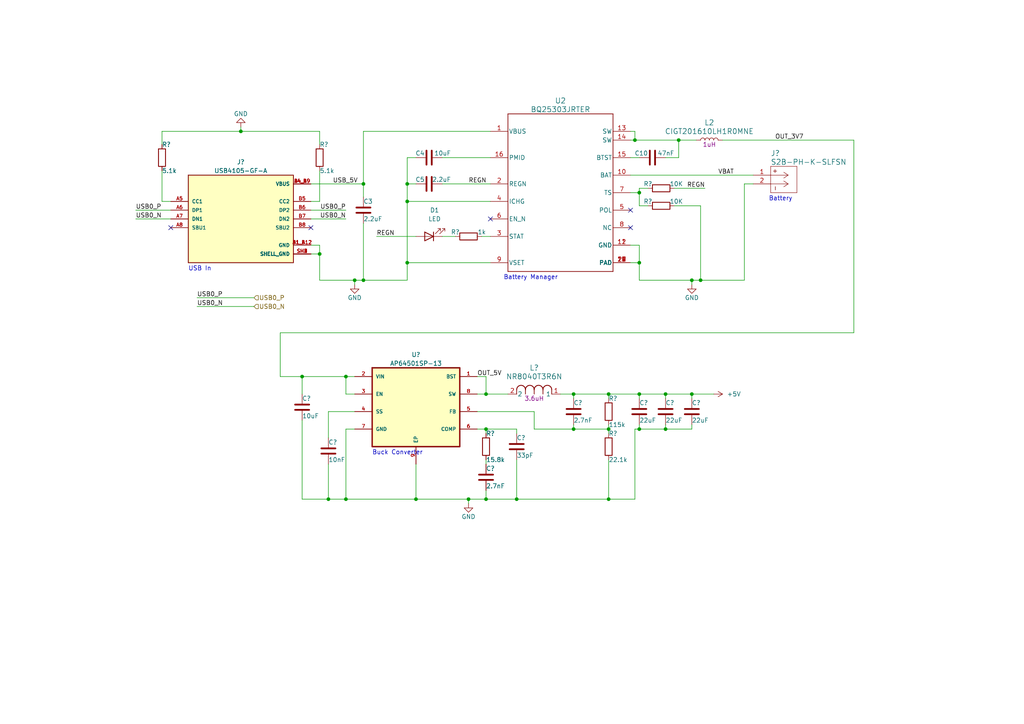
<source format=kicad_sch>
(kicad_sch (version 20230121) (generator eeschema)
  (paper "A4")
  (lib_symbols
    (symbol "Device:C" (pin_numbers hide) (pin_names (offset 0.254))
      (property "Reference" "C" (at 0.635 2.54 0))
      (property "Value" "C" (at 0.635 -2.54 0))
      (symbol "C_0_1"
        (polyline (pts (xy -2.032 -0.762) (xy 2.032 -0.762)) (stroke (width 0.508)))
        (polyline (pts (xy -2.032 0.762) (xy 2.032 0.762)) (stroke (width 0.508)))
      )
      (symbol "C_1_1"
        (pin passive line (at 0 3.81 270) (length 2.794) (name "~") (number "1"))
        (pin passive line (at 0 -3.81 90) (length 2.794) (name "~") (number "2"))
      )
    )
    (symbol "Device:L" (pin_numbers hide) (pin_names (offset 1.016) hide)
      (property "Reference" "L" (at -1.27 0 90))
      (property "Value" "L" (at 1.905 0 90))
      (symbol "L_0_1"
        (arc (start 0 -2.54) (mid 0.6323 -1.905) (end 0 -1.27))
        (arc (start 0 -1.27) (mid 0.6323 -0.635) (end 0 0))
        (arc (start 0 0) (mid 0.6323 0.635) (end 0 1.27))
        (arc (start 0 1.27) (mid 0.6323 1.905) (end 0 2.54))
      )
      (symbol "L_1_1"
        (pin passive line (at 0 3.81 270) (length 1.27) (name "1") (number "1"))
        (pin passive line (at 0 -3.81 90) (length 1.27) (name "2") (number "2"))
      )
    )
    (symbol "Device:LED" (pin_numbers hide) (pin_names (offset 1.016) hide)
      (property "Reference" "D" (at 0 2.54 0))
      (property "Value" "LED" (at 0 -2.54 0))
      (symbol "LED_0_1"
        (polyline (pts (xy -1.27 -1.27) (xy -1.27 1.27)) (stroke (width 0.254)))
        (polyline (pts (xy -1.27 0) (xy 1.27 0)))
        (polyline (pts (xy 1.27 -1.27) (xy 1.27 1.27) (xy -1.27 0) (xy 1.27 -1.27)) (stroke (width 0.254)))
        (polyline (pts (xy -3.048 -0.762) (xy -4.572 -2.286) (xy -3.81 -2.286) (xy -4.572 -2.286) (xy -4.572 -1.524)))
        (polyline (pts (xy -1.778 -0.762) (xy -3.302 -2.286) (xy -2.54 -2.286) (xy -3.302 -2.286) (xy -3.302 -1.524)))
      )
      (symbol "LED_1_1"
        (pin passive line (at -3.81 0 0) (length 2.54) (name "K") (number "1"))
        (pin passive line (at 3.81 0 180) (length 2.54) (name "A") (number "2"))
      )
    )
    (symbol "Device:R" (pin_numbers hide) (pin_names (offset 0))
      (property "Reference" "R" (at 2.032 0 90))
      (property "Value" "R" (at 0 0 90))
      (symbol "R_0_1"
        (rectangle (start -1.016 -2.54) (end 1.016 2.54) (stroke (width 0.254)))
      )
      (symbol "R_1_1"
        (pin passive line (at 0 3.81 270) (length 1.27) (name "~") (number "1"))
        (pin passive line (at 0 -3.81 90) (length 1.27) (name "~") (number "2"))
      )
    )
    (symbol "Snapeda:AP64501SP-13" (pin_names (offset 1.016))
      (property "Reference" "U4" (at 0 27.94 0))
      (property "Value" "AP64501SP-13" (at 0 25.4 0))
      (symbol "AP64501SP-13_0_0"
        (rectangle (start -12.7 22.86) (end 12.7 0) (stroke (width 0.41)) (fill (type background)))
        (pin bidirectional line (at 17.78 20.32 180) (length 5.08) (name "BST") (number "1"))
        (pin input line (at -17.78 20.32 0) (length 5.08) (name "VIN") (number "2"))
        (pin bidirectional line (at -17.78 15.24 0) (length 5.08) (name "EN") (number "3"))
        (pin bidirectional line (at -17.78 10.16 0) (length 5.08) (name "SS") (number "4"))
        (pin bidirectional line (at 17.78 10.16 180) (length 5.08) (name "FB") (number "5"))
        (pin bidirectional line (at 17.78 5.08 180) (length 5.08) (name "COMP") (number "6"))
        (pin power_in line (at -17.78 5.08 0) (length 5.08) (name "GND") (number "7"))
        (pin bidirectional line (at 17.78 15.24 180) (length 5.08) (name "SW") (number "8"))
        (pin bidirectional line (at 0 -5.08 90) (length 5.08) (name "EP") (number "9"))
      )
    )
    (symbol "Snapeda:BQ25303JRTER" (pin_names (offset 0.254))
      (property "Reference" "U2" (at 0 26.67 0))
      (property "Value" "BQ25303JRTER" (at 0 24.13 0))
      (symbol "BQ25303JRTER_0_1"
        (polyline (pts (xy -15.24 -22.86) (xy 15.24 -22.86)) (stroke (width 0.2032)))
        (polyline (pts (xy -15.24 22.86) (xy -15.24 -22.86)) (stroke (width 0.2032)))
        (polyline (pts (xy 15.24 -22.86) (xy 15.24 22.86)) (stroke (width 0.2032)))
        (polyline (pts (xy 15.24 22.86) (xy -15.24 22.86)) (stroke (width 0.2032)))
        (pin power_in line (at -20.32 17.78 0) (length 5.08) (name "VBUS") (number "1"))
        (pin power_in line (at 20.32 5.08 180) (length 5.08) (name "BAT") (number "10"))
        (pin power_in line (at 20.32 -15.24 180) (length 5.08) (name "GND") (number "11"))
        (pin power_in line (at 20.32 -15.24 180) (length 5.08) (name "GND") (number "12"))
        (pin power_in line (at 20.32 17.78 180) (length 5.08) (name "SW") (number "13"))
        (pin power_in line (at 20.32 15.24 180) (length 5.08) (name "SW") (number "14"))
        (pin power_in line (at 20.32 10.16 180) (length 5.08) (name "BTST") (number "15"))
        (pin output line (at -20.32 10.16 0) (length 5.08) (name "PMID") (number "16"))
        (pin power_in line (at 20.32 -20.32 180) (length 5.08) (name "PAD") (number "17"))
        (pin power_in line (at -20.32 2.54 0) (length 5.08) (name "REGN") (number "2"))
        (pin open_collector line (at -20.32 -12.7 0) (length 5.08) (name "STAT") (number "3"))
        (pin output line (at -20.32 -2.54 0) (length 5.08) (name "ICHG") (number "4"))
        (pin unspecified line (at 20.32 -5.08 180) (length 5.08) (name "POL") (number "5"))
        (pin input line (at -20.32 -7.62 0) (length 5.08) (name "EN_N") (number "6"))
        (pin input line (at 20.32 0 180) (length 5.08) (name "TS") (number "7"))
        (pin unspecified line (at 20.32 -10.16 180) (length 5.08) (name "NC") (number "8"))
        (pin input line (at -20.32 -20.32 0) (length 5.08) (name "VSET") (number "9"))
      )
      (symbol "BQ25303JRTER_1_1"
        (pin input line (at 20.32 -20.32 180) (length 5.08) (name "PAD") (number "18"))
        (pin input line (at 20.32 -20.32 180) (length 5.08) (name "PAD") (number "19"))
        (pin input line (at 20.32 -20.32 180) (length 5.08) (name "PAD") (number "20"))
        (pin input line (at 20.32 -20.32 180) (length 5.08) (name "PAD") (number "21"))
        (pin input line (at 20.32 -20.32 180) (length 5.08) (name "PAD") (number "22"))
      )
    )
    (symbol "Snapeda:NR8040T3R6N" (pin_names (offset 0.254))
      (property "Reference" "L" (at 6.985 5.08 0))
      (property "Value" "NR8040T3R6N" (at 6.985 -2.54 0))
      (symbol "NR8040T3R6N_1_1"
        (polyline (pts (xy 2.54 0) (xy 2.54 1.27)) (stroke (width 0.2032)))
        (polyline (pts (xy 5.08 0) (xy 5.08 1.27)) (stroke (width 0.2032)))
        (polyline (pts (xy 7.62 0) (xy 7.62 1.27)) (stroke (width 0.2032)))
        (polyline (pts (xy 10.16 0) (xy 10.16 1.27)) (stroke (width 0.2032)))
        (polyline (pts (xy 12.7 0) (xy 12.7 1.27)) (stroke (width 0.2032)))
        (arc (start 5.08 1.27) (mid 3.81 2.5345) (end 2.54 1.27) (stroke (width 0.254)))
        (arc (start 7.62 1.27) (mid 6.35 2.5345) (end 5.08 1.27) (stroke (width 0.254)))
        (arc (start 10.16 1.27) (mid 8.89 2.5345) (end 7.62 1.27) (stroke (width 0.254)))
        (arc (start 12.7 1.27) (mid 11.43 2.5345) (end 10.16 1.27) (stroke (width 0.254)))
        (pin unspecified line (at 15.24 0 180) (length 2.54) (name "1") (number "1"))
        (pin unspecified line (at 0 0 0) (length 2.54) (name "2") (number "2"))
      )
      (symbol "NR8040T3R6N_1_2"
        (arc (start -1.27 5.08) (mid -2.5345 3.81) (end -1.27 2.54) (stroke (width 0.254)))
        (arc (start -1.27 7.62) (mid -2.5345 6.35) (end -1.27 5.08) (stroke (width 0.254)))
        (arc (start -1.27 10.16) (mid -2.5345 8.89) (end -1.27 7.62) (stroke (width 0.254)))
        (arc (start -1.27 12.7) (mid -2.5345 11.43) (end -1.27 10.16) (stroke (width 0.254)))
        (polyline (pts (xy 0 2.54) (xy -1.27 2.54)) (stroke (width 0.2032)))
        (polyline (pts (xy 0 5.08) (xy -1.27 5.08)) (stroke (width 0.2032)))
        (polyline (pts (xy 0 7.62) (xy -1.27 7.62)) (stroke (width 0.2032)))
        (polyline (pts (xy 0 10.16) (xy -1.27 10.16)) (stroke (width 0.2032)))
        (polyline (pts (xy 0 12.7) (xy -1.27 12.7)) (stroke (width 0.2032)))
        (pin unspecified line (at 0 15.24 270) (length 2.54) (name "1") (number "1"))
        (pin unspecified line (at 0 0 90) (length 2.54) (name "2") (number "2"))
      )
    )
    (symbol "Snapeda:S2B-PH-K-SLFSN" (pin_names (offset 0.254))
      (property "Reference" "J2" (at 7.62 2.54 90))
      (property "Value" "S2B-PH-K-SLFSN" (at 10.16 2.54 90))
      (symbol "S2B-PH-K-SLFSN_1_1"
        (polyline (pts (xy 5.08 -5.08) (xy 12.7 -5.08)) (stroke (width 0.127)))
        (polyline (pts (xy 5.08 2.54) (xy 5.08 -5.08)) (stroke (width 0.127)))
        (polyline (pts (xy 10.16 -2.54) (xy 5.08 -2.54)) (stroke (width 0.127)))
        (polyline (pts (xy 10.16 -2.54) (xy 8.89 -3.3867)) (stroke (width 0.127)))
        (polyline (pts (xy 10.16 -2.54) (xy 8.89 -1.6933)) (stroke (width 0.127)))
        (polyline (pts (xy 10.16 0) (xy 5.08 0)) (stroke (width 0.127)))
        (polyline (pts (xy 10.16 0) (xy 8.89 -0.8467)) (stroke (width 0.127)))
        (polyline (pts (xy 10.16 0) (xy 8.89 0.8467)) (stroke (width 0.127)))
        (polyline (pts (xy 12.7 -5.08) (xy 12.7 2.54)) (stroke (width 0.127)))
        (polyline (pts (xy 12.7 2.54) (xy 5.08 2.54)) (stroke (width 0.127)))
        (text "+" (at 6.35 1.27 0) (effects (font (size 1.27 1.27))))
        (text "-" (at 6.35 -3.81 900) (effects (font (size 1.27 1.27))))
        (pin unspecified line (at 0 0 0) (length 5.08) (name "") (number "1"))
        (pin unspecified line (at 0 -2.54 0) (length 5.08) (name "") (number "2"))
      )
      (symbol "S2B-PH-K-SLFSN_1_2"
        (polyline (pts (xy 5.08 -5.08) (xy 12.7 -5.08)) (stroke (width 0.127)))
        (polyline (pts (xy 5.08 2.54) (xy 5.08 -5.08)) (stroke (width 0.127)))
        (polyline (pts (xy 7.62 -2.54) (xy 5.08 -2.54)) (stroke (width 0.127)))
        (polyline (pts (xy 7.62 -2.54) (xy 8.89 -3.3867)) (stroke (width 0.127)))
        (polyline (pts (xy 7.62 -2.54) (xy 8.89 -1.6933)) (stroke (width 0.127)))
        (polyline (pts (xy 7.62 0) (xy 5.08 0)) (stroke (width 0.127)))
        (polyline (pts (xy 7.62 0) (xy 8.89 -0.8467)) (stroke (width 0.127)))
        (polyline (pts (xy 7.62 0) (xy 8.89 0.8467)) (stroke (width 0.127)))
        (polyline (pts (xy 12.7 -5.08) (xy 12.7 2.54)) (stroke (width 0.127)))
        (polyline (pts (xy 12.7 2.54) (xy 5.08 2.54)) (stroke (width 0.127)))
        (pin unspecified line (at 0 0 0) (length 5.08) (name "1") (number "1"))
        (pin unspecified line (at 0 -2.54 0) (length 5.08) (name "2") (number "2"))
      )
    )
    (symbol "Snapeda:USB4105-GF-A" (pin_names (offset 1.016))
      (property "Reference" "J" (at -15.24 13.97 0))
      (property "Value" "USB4105-GF-A" (at -15.24 -15.24 0))
      (symbol "USB4105-GF-A_0_0"
        (rectangle (start -15.24 -12.7) (end 15.24 12.7) (stroke (width 0.254)) (fill (type background)))
        (pin power_in line (at 20.32 -7.62 180) (length 5.08) (name "GND") (number "A1_B12"))
        (pin power_in line (at 20.32 10.16 180) (length 5.08) (name "VBUS") (number "A4_B9"))
        (pin bidirectional line (at -20.32 5.08 0) (length 5.08) (name "CC1") (number "A5"))
        (pin bidirectional line (at -20.32 2.54 0) (length 5.08) (name "DP1") (number "A6"))
        (pin bidirectional line (at -20.32 0 0) (length 5.08) (name "DN1") (number "A7"))
        (pin bidirectional line (at -20.32 -2.54 0) (length 5.08) (name "SBU1") (number "A8"))
        (pin power_in line (at 20.32 -7.62 180) (length 5.08) (name "GND") (number "B1_A12"))
        (pin power_in line (at 20.32 10.16 180) (length 5.08) (name "VBUS") (number "B4_A9"))
        (pin bidirectional line (at 20.32 5.08 180) (length 5.08) (name "CC2") (number "B5"))
        (pin bidirectional line (at 20.32 2.54 180) (length 5.08) (name "DP2") (number "B6"))
        (pin bidirectional line (at 20.32 0 180) (length 5.08) (name "DN2") (number "B7"))
        (pin bidirectional line (at 20.32 -2.54 180) (length 5.08) (name "SBU2") (number "B8"))
        (pin power_in line (at 20.32 -10.16 180) (length 5.08) (name "SHELL_GND") (number "SH1"))
        (pin power_in line (at 20.32 -10.16 180) (length 5.08) (name "SHELL_GND") (number "SH2"))
        (pin power_in line (at 20.32 -10.16 180) (length 5.08) (name "SHELL_GND") (number "SH3"))
        (pin power_in line (at 20.32 -10.16 180) (length 5.08) (name "SHELL_GND") (number "SH4"))
      )
    )
    (symbol "power:+5V" (power) (pin_names (offset 0))
      (property "Value" "+5V" (at 0 3.556 0))
      (symbol "+5V_0_1"
        (polyline (pts (xy -0.762 1.27) (xy 0 2.54)))
        (polyline (pts (xy 0 0) (xy 0 2.54)))
        (polyline (pts (xy 0 2.54) (xy 0.762 1.27)))
      )
      (symbol "+5V_1_1"
        (pin power_in line (at 0 0 90) (length 0) hide (name "+5V") (number "1"))
      )
    )
    (symbol "power:GND" (power) (pin_names (offset 0))
      (property "Value" "GND" (at 0 -3.81 0))
      (symbol "GND_0_1"
        (polyline (pts (xy 0 0) (xy 0 -1.27) (xy 1.27 -1.27) (xy 0 -2.54) (xy -1.27 -1.27) (xy 0 -1.27)))
      )
      (symbol "GND_1_1"
        (pin power_in line (at 0 0 270) (length 0) hide (name "GND") (number "1"))
      )
    )
  )
  (junction (at 100.33 144.78))
  (junction (at 140.97 144.78))
  (junction (at 176.53 144.78))
  (junction (at 185.42 76.2))
  (junction (at 120.65 144.78))
  (junction (at 193.04 124.46))
  (junction (at 118.11 53.34))
  (junction (at 105.41 81.28))
  (junction (at 140.97 114.3))
  (junction (at 100.33 109.22))
  (junction (at 184.15 40.64))
  (junction (at 193.04 114.3))
  (junction (at 166.37 114.3))
  (junction (at 176.53 124.46))
  (junction (at 92.71 73.66))
  (junction (at 69.85 38.1))
  (junction (at 118.11 76.2))
  (junction (at 102.87 81.28))
  (junction (at 166.37 124.46))
  (junction (at 118.11 58.42))
  (junction (at 200.66 114.3))
  (junction (at 149.86 144.78))
  (junction (at 105.41 53.34))
  (junction (at 200.66 81.28))
  (junction (at 185.42 55.88))
  (junction (at 87.63 109.22))
  (junction (at 185.42 124.46))
  (junction (at 196.85 40.64))
  (junction (at 203.2 81.28))
  (junction (at 140.97 124.46))
  (junction (at 135.89 144.78))
  (junction (at 185.42 114.3))
  (junction (at 95.25 144.78))
  (junction (at 176.53 114.3))
  (no_connect (at 182.88 66.04))
  (no_connect (at 49.53 66.04))
  (no_connect (at 142.24 63.5))
  (no_connect (at 90.17 66.04))
  (no_connect (at 182.88 60.96))
  (wire (pts (xy 182.88 71.12) (xy 185.42 71.12)))
  (wire (pts (xy 184.15 40.64) (xy 182.88 40.64)))
  (wire (pts (xy 185.42 71.12) (xy 185.42 76.2)))
  (wire (pts (xy 46.99 41.91) (xy 46.99 38.1)))
  (wire (pts (xy 49.53 60.96) (xy 39.37 60.96)))
  (wire (pts (xy 182.88 50.8) (xy 218.44 50.8)))
  (wire (pts (xy 87.63 144.78) (xy 95.25 144.78)))
  (wire (pts (xy 69.85 38.1) (xy 92.71 38.1)))
  (wire (pts (xy 149.86 144.78) (xy 176.53 144.78)))
  (wire (pts (xy 92.71 38.1) (xy 92.71 41.91)))
  (wire (pts (xy 185.42 59.69) (xy 185.42 55.88)))
  (wire (pts (xy 118.11 58.42) (xy 118.11 76.2)))
  (wire (pts (xy 102.87 124.46) (xy 100.33 124.46)))
  (wire (pts (xy 81.28 109.22) (xy 81.28 96.52)))
  (wire (pts (xy 185.42 123.19) (xy 185.42 124.46)))
  (wire (pts (xy 142.24 76.2) (xy 118.11 76.2)))
  (wire (pts (xy 90.17 73.66) (xy 92.71 73.66)))
  (wire (pts (xy 140.97 144.78) (xy 149.86 144.78)))
  (wire (pts (xy 49.53 63.5) (xy 39.37 63.5)))
  (wire (pts (xy 128.27 53.34) (xy 142.24 53.34)))
  (wire (pts (xy 118.11 76.2) (xy 118.11 81.28)))
  (wire (pts (xy 200.66 114.3) (xy 200.66 115.57)))
  (wire (pts (xy 184.15 124.46) (xy 185.42 124.46)))
  (wire (pts (xy 176.53 144.78) (xy 184.15 144.78)))
  (wire (pts (xy 109.22 68.58) (xy 120.65 68.58)))
  (wire (pts (xy 118.11 45.72) (xy 118.11 53.34)))
  (wire (pts (xy 185.42 76.2) (xy 185.42 81.28)))
  (wire (pts (xy 185.42 81.28) (xy 200.66 81.28)))
  (wire (pts (xy 92.71 49.53) (xy 92.71 58.42)))
  (wire (pts (xy 138.43 114.3) (xy 140.97 114.3)))
  (wire (pts (xy 140.97 114.3) (xy 147.32 114.3)))
  (wire (pts (xy 73.66 88.9) (xy 57.15 88.9)))
  (wire (pts (xy 92.71 71.12) (xy 92.71 73.66)))
  (wire (pts (xy 105.41 38.1) (xy 142.24 38.1)))
  (wire (pts (xy 193.04 45.72) (xy 196.85 45.72)))
  (wire (pts (xy 184.15 144.78) (xy 184.15 124.46)))
  (wire (pts (xy 215.9 81.28) (xy 215.9 53.34)))
  (wire (pts (xy 100.33 109.22) (xy 102.87 109.22)))
  (wire (pts (xy 187.96 59.69) (xy 185.42 59.69)))
  (wire (pts (xy 90.17 60.96) (xy 100.33 60.96)))
  (wire (pts (xy 182.88 76.2) (xy 185.42 76.2)))
  (wire (pts (xy 135.89 144.78) (xy 140.97 144.78)))
  (wire (pts (xy 118.11 81.28) (xy 105.41 81.28)))
  (wire (pts (xy 176.53 123.19) (xy 176.53 124.46)))
  (wire (pts (xy 140.97 124.46) (xy 140.97 125.73)))
  (wire (pts (xy 166.37 123.19) (xy 166.37 124.46)))
  (wire (pts (xy 154.94 124.46) (xy 166.37 124.46)))
  (wire (pts (xy 90.17 53.34) (xy 105.41 53.34)))
  (wire (pts (xy 49.53 58.42) (xy 46.99 58.42)))
  (wire (pts (xy 138.43 109.22) (xy 140.97 109.22)))
  (wire (pts (xy 120.65 134.62) (xy 120.65 144.78)))
  (wire (pts (xy 81.28 96.52) (xy 247.65 96.52)))
  (wire (pts (xy 105.41 38.1) (xy 105.41 53.34)))
  (wire (pts (xy 193.04 114.3) (xy 193.04 115.57)))
  (wire (pts (xy 176.53 114.3) (xy 176.53 115.57)))
  (wire (pts (xy 102.87 81.28) (xy 92.71 81.28)))
  (wire (pts (xy 176.53 124.46) (xy 176.53 125.73)))
  (wire (pts (xy 140.97 109.22) (xy 140.97 114.3)))
  (wire (pts (xy 118.11 53.34) (xy 118.11 58.42)))
  (wire (pts (xy 139.7 68.58) (xy 142.24 68.58)))
  (wire (pts (xy 200.66 82.55) (xy 200.66 81.28)))
  (wire (pts (xy 81.28 109.22) (xy 87.63 109.22)))
  (wire (pts (xy 166.37 114.3) (xy 166.37 115.57)))
  (wire (pts (xy 166.37 124.46) (xy 176.53 124.46)))
  (wire (pts (xy 105.41 81.28) (xy 102.87 81.28)))
  (wire (pts (xy 140.97 134.62) (xy 140.97 133.35)))
  (wire (pts (xy 204.47 54.61) (xy 195.58 54.61)))
  (wire (pts (xy 120.65 45.72) (xy 118.11 45.72)))
  (wire (pts (xy 182.88 38.1) (xy 184.15 38.1)))
  (wire (pts (xy 200.66 81.28) (xy 203.2 81.28)))
  (wire (pts (xy 184.15 38.1) (xy 184.15 40.64)))
  (wire (pts (xy 95.25 144.78) (xy 100.33 144.78)))
  (wire (pts (xy 149.86 133.35) (xy 149.86 144.78)))
  (wire (pts (xy 92.71 73.66) (xy 92.71 81.28)))
  (wire (pts (xy 95.25 134.62) (xy 95.25 144.78)))
  (wire (pts (xy 247.65 40.64) (xy 247.65 96.52)))
  (wire (pts (xy 200.66 114.3) (xy 207.01 114.3)))
  (wire (pts (xy 90.17 63.5) (xy 100.33 63.5)))
  (wire (pts (xy 100.33 124.46) (xy 100.33 144.78)))
  (wire (pts (xy 118.11 53.34) (xy 120.65 53.34)))
  (wire (pts (xy 105.41 57.15) (xy 105.41 53.34)))
  (wire (pts (xy 203.2 81.28) (xy 215.9 81.28)))
  (wire (pts (xy 185.42 124.46) (xy 193.04 124.46)))
  (wire (pts (xy 138.43 124.46) (xy 140.97 124.46)))
  (wire (pts (xy 193.04 123.19) (xy 193.04 124.46)))
  (wire (pts (xy 176.53 114.3) (xy 185.42 114.3)))
  (wire (pts (xy 90.17 71.12) (xy 92.71 71.12)))
  (wire (pts (xy 203.2 81.28) (xy 203.2 59.69)))
  (wire (pts (xy 102.87 82.55) (xy 102.87 81.28)))
  (wire (pts (xy 176.53 133.35) (xy 176.53 144.78)))
  (wire (pts (xy 182.88 45.72) (xy 185.42 45.72)))
  (wire (pts (xy 100.33 144.78) (xy 120.65 144.78)))
  (wire (pts (xy 166.37 114.3) (xy 176.53 114.3)))
  (wire (pts (xy 95.25 119.38) (xy 102.87 119.38)))
  (wire (pts (xy 128.27 45.72) (xy 142.24 45.72)))
  (wire (pts (xy 120.65 144.78) (xy 135.89 144.78)))
  (wire (pts (xy 182.88 55.88) (xy 185.42 55.88)))
  (wire (pts (xy 184.15 40.64) (xy 196.85 40.64)))
  (wire (pts (xy 209.55 40.64) (xy 247.65 40.64)))
  (wire (pts (xy 90.17 58.42) (xy 92.71 58.42)))
  (wire (pts (xy 140.97 124.46) (xy 149.86 124.46)))
  (wire (pts (xy 162.56 114.3) (xy 166.37 114.3)))
  (wire (pts (xy 203.2 59.69) (xy 195.58 59.69)))
  (wire (pts (xy 87.63 121.92) (xy 87.63 144.78)))
  (wire (pts (xy 118.11 58.42) (xy 142.24 58.42)))
  (wire (pts (xy 149.86 124.46) (xy 149.86 125.73)))
  (wire (pts (xy 102.87 114.3) (xy 100.33 114.3)))
  (wire (pts (xy 193.04 124.46) (xy 200.66 124.46)))
  (wire (pts (xy 46.99 38.1) (xy 69.85 38.1)))
  (wire (pts (xy 185.42 54.61) (xy 187.96 54.61)))
  (wire (pts (xy 154.94 119.38) (xy 154.94 124.46)))
  (wire (pts (xy 215.9 53.34) (xy 218.44 53.34)))
  (wire (pts (xy 95.25 119.38) (xy 95.25 127)))
  (wire (pts (xy 185.42 114.3) (xy 185.42 115.57)))
  (wire (pts (xy 100.33 114.3) (xy 100.33 109.22)))
  (wire (pts (xy 46.99 49.53) (xy 46.99 58.42)))
  (wire (pts (xy 87.63 109.22) (xy 87.63 114.3)))
  (wire (pts (xy 193.04 114.3) (xy 200.66 114.3)))
  (wire (pts (xy 140.97 142.24) (xy 140.97 144.78)))
  (wire (pts (xy 196.85 40.64) (xy 201.93 40.64)))
  (wire (pts (xy 105.41 64.77) (xy 105.41 81.28)))
  (wire (pts (xy 87.63 109.22) (xy 100.33 109.22)))
  (wire (pts (xy 135.89 144.78) (xy 135.89 146.05)))
  (wire (pts (xy 69.85 38.1) (xy 69.85 36.83)))
  (wire (pts (xy 185.42 114.3) (xy 193.04 114.3)))
  (wire (pts (xy 128.27 68.58) (xy 132.08 68.58)))
  (wire (pts (xy 200.66 123.19) (xy 200.66 124.46)))
  (wire (pts (xy 73.66 86.36) (xy 57.15 86.36)))
  (wire (pts (xy 196.85 40.64) (xy 196.85 45.72)))
  (wire (pts (xy 185.42 54.61) (xy 185.42 55.88)))
  (wire (pts (xy 138.43 119.38) (xy 154.94 119.38)))
  (text "Battery" (at 229.87 58.42 0) (effects (font (size 1.27 1.27)) (justify right bottom)))
  (text "Buck Converter" (at 107.95 132.08 0) (effects (font (size 1.27 1.27)) (justify left bottom)))
  (text "USB In" (at 54.61 78.74 0) (effects (font (size 1.27 1.27)) (justify left bottom)))
  (text "Battery Manager" (at 146.05 81.28 0) (effects (font (size 1.27 1.27)) (justify left bottom)))
  (label "OUT_5V" (at 138.43 109.22 0))
  (label "REGN" (at 135.89 53.34 0))
  (label "USB0_P" (at 57.15 86.36 0))
  (label "USB0_P" (at 39.37 60.96 0))
  (label "USB_5V" (at 96.52 53.34 0))
  (label "VBAT" (at 208.28 50.8 0))
  (label "USB0_N" (at 57.15 88.9 0))
  (label "USB0_N" (at 100.33 63.5 180))
  (label "REGN" (at 204.47 54.61 180))
  (label "USB0_N" (at 39.37 63.5 0))
  (label "USB0_P" (at 100.33 60.96 180))
  (label "OUT_3V7" (at 224.79 40.64 0))
  (label "REGN" (at 109.22 68.58 0))
  (hierarchical_label "USB0_N" (shape input) (at 73.66 88.9 0))
  (hierarchical_label "USB0_P" (shape input) (at 73.66 86.36 0))
  (symbol (lib_id "power:+5V") (at 207.01 114.3 270) (unit 1)
    (property "Reference" "#PWR?" (effects hide))
    (property "Value" "+5V" (at 210.82 114.3 90) (effects (justify left)))
    (instances (project "tiny-board" (path "" (reference "#PWR?") (unit 1)) (path "" (reference "#PWR06") (unit 1))))
  )
  (symbol (lib_id "Device:C") (at 200.66 119.38 0) (unit 1)
    (property "Reference" "C?" (at 200.66 116.84 0) (effects (justify left)))
    (property "Value" "22uF" (at 200.66 121.92 0) (effects (justify left)))
    (property "Footprint" "Snapeda:CAPC2012X140N" (effects hide))
    (instances (project "tiny-board" (path "" (reference "C?") (unit 1)) (path "" (reference "C12") (unit 1))))
  )
  (symbol (lib_id "Device:R") (at 191.77 54.61 90) (unit 1)
    (property "Reference" "R?" (at 189.23 53.34 90) (effects (justify left)))
    (property "Value" "10K" (at 198.12 53.34 90) (effects (justify left)))
    (property "Footprint" "Snapeda:RC0603FR-071K5L_RESC1607X60N" (effects hide))
    (property "MF" "Yageo" (effects hide))
    (property "DESCRIPTION" "10 kOhms ±1% 0.1W, 1/10W Chip Resistor 0603 (1608 Metric) Moisture Resistant Thick Film" (effects hide))
    (property "PACKAGE" "0603 Yageo" (effects hide))
    (property "PRICE" "None" (effects hide))
    (property "MP" "RC0603FR-0710KL" (effects hide))
    (property "AVAILABILITY" "In Stock" (effects hide))
    (property "PURCHASE-URL" "https://pricing.snapeda.com/search/part/RC0603FR-0710KL/?ref=eda" (effects hide))
    (instances (project "tiny-board" (path "" (reference "R?") (unit 1)) (path "" (reference "R7") (unit 1))) (project "piphone-p" (path "" (reference "R?") (unit 1))))
  )
  (symbol (lib_id "Device:C") (at 166.37 119.38 0) (unit 1)
    (property "Reference" "C?" (at 166.37 116.84 0) (effects (justify left)))
    (property "Value" "2.7nF" (at 166.37 121.92 0) (effects (justify left)))
    (property "Footprint" "Snapeda:CAPC2012X140N" (effects hide))
    (instances (project "tiny-board" (path "" (reference "C?") (unit 1)) (path "" (reference "C8") (unit 1))))
  )
  (symbol (lib_id "Device:C") (at 124.46 45.72 90) (unit 1)
    (property "Reference" "C4" (at 123.19 44.45 90) (effects (justify left)))
    (property "Value" "10uF" (at 130.81 44.45 90) (effects (justify left)))
    (property "Footprint" "Snapeda:CAPC2012X140N" (effects hide))
  )
  (symbol (lib_id "Device:C") (at 189.23 45.72 90) (unit 1)
    (property "Reference" "C10" (at 187.96 44.45 90) (effects (justify left)))
    (property "Value" "47nF" (at 195.58 44.45 90) (effects (justify left)))
    (property "Footprint" "Snapeda:CAPC2012X140N" (effects hide))
  )
  (symbol (lib_id "Snapeda:S2B-PH-K-SLFSN") (at 218.44 50.8 0) (unit 1)
    (property "Reference" "J?" (at 223.52 44.45 0) (effects (font (size 1.524 1.524)) (justify left)))
    (property "Value" "S2B-PH-K-SLFSN" (at 223.52 46.99 0) (effects (font (size 1.524 1.524)) (justify left)))
    (property "Footprint" "Snapeda:CONN_S2B-PH-K-S_JST" (effects hide))
    (property "Datasheet" "S2B-PH-K-SLFSN" (effects hide))
    (instances (project "tiny-board" (path "" (reference "J?") (unit 1)) (path "" (reference "J2") (unit 1))))
  )
  (symbol (lib_id "Snapeda:NR8040T3R6N") (at 147.32 114.3 0) (unit 1)
    (property "Reference" "L?" (at 154.94 106.68 0) (effects (font (size 1.524 1.524))))
    (property "Value" "NR8040T3R6N" (at 154.94 109.22 0) (effects (font (size 1.524 1.524))))
    (property "Footprint" "Snapeda:IND_TAIYO_NR8040_TAY" (effects hide))
    (property "Datasheet" "NR8040T3R6N" (effects hide))
    (property "Field4" "3.6uH" (at 154.94 115.57 0))
    (instances (project "tiny-board" (path "" (reference "L?") (unit 1)) (path "" (reference "L1") (unit 1))) (project "piphone-p" (path "" (reference "L?") (unit 1))))
  )
  (symbol (lib_id "Device:C") (at 193.04 119.38 0) (unit 1)
    (property "Reference" "C?" (at 193.04 116.84 0) (effects (justify left)))
    (property "Value" "22uF" (at 193.04 121.92 0) (effects (justify left)))
    (property "Footprint" "Snapeda:CAPC2012X140N" (effects hide))
    (instances (project "tiny-board" (path "" (reference "C?") (unit 1)) (path "" (reference "C11") (unit 1))))
  )
  (symbol (lib_id "Device:L") (at 205.74 40.64 90) (unit 1)
    (property "Reference" "L2" (at 205.74 35.56 90) (effects (font (size 1.524 1.524))))
    (property "Value" "CIGT201610LH1R0MNE" (at 205.74 38.1 90) (effects (font (size 1.524 1.524))))
    (property "Footprint" "Snapeda:RES_CIGT201610_SAM" (effects hide))
    (property "Field4" "1uH" (at 205.74 41.91 90))
  )
  (symbol (lib_id "Device:LED") (at 124.46 68.58 180) (unit 1)
    (property "Reference" "D1" (at 126.0475 60.96 0))
    (property "Value" "LED" (at 126.0475 63.5 0))
    (property "Footprint" "Snapeda:RC0603FR-071K5L_RESC1607X60N" (effects hide))
  )
  (symbol (lib_id "Snapeda:USB4105-GF-A") (at 69.85 63.5 0) (unit 1)
    (property "Reference" "J?" (at 69.85 46.99 0))
    (property "Value" "USB4105-GF-A" (at 69.85 49.53 0))
    (property "Footprint" "Snapeda:USB4105-GF-A_GCT_USB4105-GF-A" (effects hide))
    (property "MF" "GCT" (effects hide))
    (property "MAXIMUM_PACKAGE_HEIGHT" "3.31mm" (effects hide))
    (property "Package" "None" (effects hide))
    (property "Price" "None" (effects hide))
    (property "Check_prices" "https://www.snapeda.com/parts/USB4105-GF-A/Global+Connector+Technology/view-part/?ref=eda" (effects hide))
    (property "STANDARD" "Manufacturer Recommendations" (effects hide))
    (property "PARTREV" "B3" (effects hide))
    (property "SnapEDA_Link" "https://www.snapeda.com/parts/USB4105-GF-A/Global+Connector+Technology/view-part/?ref=snap" (effects hide))
    (property "MP" "USB4105-GF-A" (effects hide))
    (property "Purchase-URL" "https://www.snapeda.com/api/url_track_click_mouser/?unipart_id=4423780&manufacturer=GCT&part_name=USB4105-GF-A&search_term=usb4105-gf-a" (effects hide))
    (property "Description" "\nUSB-C (USB TYPE-C) USB 2.0 Receptacle Connector 24 (16+8 Dummy) Position Surface Mount, Right Angle; Through Hole\n" (effects hide))
    (property "Availability" "In Stock" (effects hide))
    (property "MANUFACTURER" "Global Connector Technology" (effects hide))
    (instances (project "tiny-board" (path "" (reference "J?") (unit 1)) (path "" (reference "J1") (unit 1))) (project "piphone-p" (path "" (reference "J?") (unit 1)) (path "" (reference "J?") (unit 1))))
  )
  (symbol (lib_id "power:GND") (at 102.87 82.55 0) (unit 1)
    (property "Reference" "#PWR?" (effects hide))
    (property "Value" "GND" (at 102.87 86.36 0))
    (instances (project "tiny-board" (path "" (reference "#PWR?") (unit 1)) (path "" (reference "#PWR02") (unit 1))) (project "piphone-p" (path "" (reference "#PWR?") (unit 1)) (path "" (reference "#PWR?") (unit 1))))
  )
  (symbol (lib_id "Device:R") (at 92.71 45.72 0) (unit 1)
    (property "Reference" "R?" (at 92.71 41.91 0) (effects (justify left)))
    (property "Value" "5.1k" (at 92.71 49.53 0) (effects (justify left)))
    (property "Footprint" "Snapeda:RC0603FR-071K5L_RESC1607X60N" (effects hide))
    (property "MF" "Yageo" (effects hide))
    (property "DESCRIPTION" "10 kOhms ±1% 0.1W, 1/10W Chip Resistor 0603 (1608 Metric) Moisture Resistant Thick Film" (effects hide))
    (property "PACKAGE" "0603 Yageo" (effects hide))
    (property "PRICE" "None" (effects hide))
    (property "MP" "RC0603FR-0710KL" (effects hide))
    (property "AVAILABILITY" "In Stock" (effects hide))
    (property "PURCHASE-URL" "https://pricing.snapeda.com/search/part/RC0603FR-0710KL/?ref=eda" (effects hide))
    (instances (project "tiny-board" (path "" (reference "R?") (unit 1)) (path "" (reference "R2") (unit 1))) (project "piphone-p" (path "" (reference "R?") (unit 1))))
  )
  (symbol (lib_id "Device:R") (at 140.97 129.54 0) (unit 1)
    (property "Reference" "R?" (at 140.97 125.73 0) (effects (justify left)))
    (property "Value" "15.8k" (at 140.97 133.35 0) (effects (justify left)))
    (property "Footprint" "Snapeda:RC0603FR-071K5L_RESC1607X60N" (effects hide))
    (instances (project "tiny-board" (path "" (reference "R?") (unit 1)) (path "" (reference "R4") (unit 1))))
  )
  (symbol (lib_id "Device:C") (at 87.63 118.11 0) (unit 1)
    (property "Reference" "C?" (at 87.63 115.57 0) (effects (justify left)))
    (property "Value" "10uF" (at 87.63 120.65 0) (effects (justify left)))
    (property "Footprint" "Snapeda:CAPC2012X140N" (effects hide))
    (instances (project "tiny-board" (path "" (reference "C?") (unit 1)) (path "" (reference "C1") (unit 1))))
  )
  (symbol (lib_id "power:GND") (at 69.85 36.83 180) (unit 1)
    (property "Reference" "#PWR?" (effects hide))
    (property "Value" "GND" (at 69.85 33.02 0))
    (instances (project "tiny-board" (path "" (reference "#PWR?") (unit 1)) (path "" (reference "#PWR01") (unit 1))) (project "piphone-p" (path "" (reference "#PWR?") (unit 1)) (path "" (reference "#PWR?") (unit 1))))
  )
  (symbol (lib_id "Snapeda:BQ25303JRTER") (at 162.56 55.88 0) (unit 1)
    (property "Reference" "U2" (at 162.56 29.21 0) (effects (font (size 1.524 1.524))))
    (property "Value" "BQ25303JRTER" (at 162.56 31.75 0) (effects (font (size 1.524 1.524))))
    (property "Footprint" "Snapeda:RTE0016C" (effects hide))
    (property "Datasheet" "BQ25303JRTER" (effects hide))
  )
  (symbol (lib_id "Device:C") (at 185.42 119.38 0) (unit 1)
    (property "Reference" "C?" (at 185.42 116.84 0) (effects (justify left)))
    (property "Value" "22uF" (at 185.42 121.92 0) (effects (justify left)))
    (property "Footprint" "Snapeda:CAPC2012X140N" (effects hide))
    (instances (project "tiny-board" (path "" (reference "C?") (unit 1)) (path "" (reference "C9") (unit 1))))
  )
  (symbol (lib_id "Device:C") (at 124.46 53.34 90) (unit 1)
    (property "Reference" "C5" (at 123.19 52.07 90) (effects (justify left)))
    (property "Value" "2.2uF" (at 130.81 52.07 90) (effects (justify left)))
    (property "Footprint" "Snapeda:CAPC2012X140N" (effects hide))
  )
  (symbol (lib_id "Device:R") (at 191.77 59.69 90) (unit 1)
    (property "Reference" "R?" (at 189.23 58.42 90) (effects (justify left)))
    (property "Value" "10K" (at 198.12 58.42 90) (effects (justify left)))
    (property "Footprint" "Snapeda:RC0603FR-071K5L_RESC1607X60N" (effects hide))
    (property "MF" "Yageo" (effects hide))
    (property "DESCRIPTION" "10 kOhms ±1% 0.1W, 1/10W Chip Resistor 0603 (1608 Metric) Moisture Resistant Thick Film" (effects hide))
    (property "PACKAGE" "0603 Yageo" (effects hide))
    (property "PRICE" "None" (effects hide))
    (property "MP" "RC0603FR-0710KL" (effects hide))
    (property "AVAILABILITY" "In Stock" (effects hide))
    (property "PURCHASE-URL" "https://pricing.snapeda.com/search/part/RC0603FR-0710KL/?ref=eda" (effects hide))
    (instances (project "tiny-board" (path "" (reference "R?") (unit 1)) (path "" (reference "R8") (unit 1))) (project "piphone-p" (path "" (reference "R?") (unit 1))))
  )
  (symbol (lib_id "Snapeda:AP64501SP-13") (at 120.65 129.54 0) (unit 1)
    (property "Reference" "U?" (at 120.65 102.87 0))
    (property "Value" "AP64501SP-13" (at 120.65 105.41 0))
    (property "Footprint" "Snapeda:AP64501SP-13_SOIC127P600X170-9N" (effects hide))
    (property "MF" "Diodes Zetex" (effects hide))
    (property "Purchase-URL" "https://www.snapeda.com/api/url_track_click_mouser/?unipart_id=6286506&manufacturer=Diodes Zetex&part_name=AP64501SP-13&search_term=None" (effects hide))
    (property "Package" "None" (effects hide))
    (property "Check_prices" "https://www.snapeda.com/parts/AP64501SP-13/Zetex/view-part/?ref=eda" (effects hide))
    (property "SnapEDA_Link" "https://www.snapeda.com/parts/AP64501SP-13/Zetex/view-part/?ref=snap" (effects hide))
    (property "MP" "AP64501SP-13" (effects hide))
    (property "Description" "\nConv DC-DC 3.8V to 40V Synchronous Step Down Single-Out 0.8V to 39V 5A 8-Pin SO EP T/R\n" (effects hide))
    (property "Manufacturer" "Diodes Incorporated" (effects hide))
    (instances (project "tiny-board" (path "" (reference "U?") (unit 1)) (path "" (reference "U1") (unit 1))) (project "piphone-p" (path "" (reference "U?") (unit 1))))
  )
  (symbol (lib_id "power:GND") (at 200.66 82.55 0) (unit 1)
    (property "Reference" "#PWR?" (effects hide))
    (property "Value" "GND" (at 200.66 86.36 0))
    (instances (project "tiny-board" (path "" (reference "#PWR?") (unit 1)) (path "" (reference "#PWR05") (unit 1))) (project "piphone-p" (path "" (reference "#PWR?") (unit 1)) (path "" (reference "#PWR?") (unit 1))))
  )
  (symbol (lib_id "Device:R") (at 176.53 129.54 0) (unit 1)
    (property "Reference" "R?" (at 176.53 125.73 0) (effects (justify left)))
    (property "Value" "22.1k" (at 176.53 133.35 0) (effects (justify left)))
    (property "Footprint" "Snapeda:RC0603FR-071K5L_RESC1607X60N" (effects hide))
    (instances (project "tiny-board" (path "" (reference "R?") (unit 1)) (path "" (reference "R6") (unit 1))))
  )
  (symbol (lib_id "Device:C") (at 95.25 130.81 0) (unit 1)
    (property "Reference" "C?" (at 95.25 128.27 0) (effects (justify left)))
    (property "Value" "10nF" (at 95.25 133.35 0) (effects (justify left)))
    (property "Footprint" "Snapeda:CAPC2012X140N" (effects hide))
    (instances (project "tiny-board" (path "" (reference "C?") (unit 1)) (path "" (reference "C2") (unit 1))))
  )
  (symbol (lib_id "Device:C") (at 149.86 129.54 0) (unit 1)
    (property "Reference" "C?" (at 149.86 127 0) (effects (justify left)))
    (property "Value" "33pF" (at 149.86 132.08 0) (effects (justify left)))
    (property "Footprint" "Snapeda:CAPC2012X140N" (effects hide))
    (instances (project "tiny-board" (path "" (reference "C?") (unit 1)) (path "" (reference "C7") (unit 1))))
  )
  (symbol (lib_id "Device:C") (at 105.41 60.96 0) (unit 1)
    (property "Reference" "C3" (at 105.41 58.42 0) (effects (justify left)))
    (property "Value" "2.2uF" (at 105.41 63.5 0) (effects (justify left)))
    (property "Footprint" "Snapeda:CAPC2012X140N" (effects hide))
  )
  (symbol (lib_id "Device:R") (at 46.99 45.72 0) (unit 1)
    (property "Reference" "R?" (at 46.99 41.91 0) (effects (justify left)))
    (property "Value" "5.1k" (at 46.99 49.53 0) (effects (justify left)))
    (property "Footprint" "Snapeda:RC0603FR-071K5L_RESC1607X60N" (effects hide))
    (property "MF" "Yageo" (effects hide))
    (property "DESCRIPTION" "10 kOhms ±1% 0.1W, 1/10W Chip Resistor 0603 (1608 Metric) Moisture Resistant Thick Film" (effects hide))
    (property "PACKAGE" "0603 Yageo" (effects hide))
    (property "PRICE" "None" (effects hide))
    (property "MP" "RC0603FR-0710KL" (effects hide))
    (property "AVAILABILITY" "In Stock" (effects hide))
    (property "PURCHASE-URL" "https://pricing.snapeda.com/search/part/RC0603FR-0710KL/?ref=eda" (effects hide))
    (instances (project "tiny-board" (path "" (reference "R?") (unit 1)) (path "" (reference "R1") (unit 1))) (project "piphone-p" (path "" (reference "R?") (unit 1))))
  )
  (symbol (lib_id "Device:R") (at 176.53 119.38 0) (unit 1)
    (property "Reference" "R?" (at 176.53 115.57 0) (effects (justify left)))
    (property "Value" "115k" (at 176.53 123.19 0) (effects (justify left)))
    (property "Footprint" "Snapeda:RC0603FR-071K5L_RESC1607X60N" (effects hide))
    (instances (project "tiny-board" (path "" (reference "R?") (unit 1)) (path "" (reference "R5") (unit 1))))
  )
  (symbol (lib_id "Device:C") (at 140.97 138.43 0) (unit 1)
    (property "Reference" "C?" (at 140.97 135.89 0) (effects (justify left)))
    (property "Value" "2.7nF" (at 140.97 140.97 0) (effects (justify left)))
    (property "Footprint" "Snapeda:CAPC2012X140N" (effects hide))
    (instances (project "tiny-board" (path "" (reference "C?") (unit 1)) (path "" (reference "C6") (unit 1))))
  )
  (symbol (lib_id "power:GND") (at 135.89 146.05 0) (unit 1)
    (property "Reference" "#PWR?" (effects hide))
    (property "Value" "GND" (at 135.89 149.86 0))
    (instances (project "tiny-board" (path "" (reference "#PWR?") (unit 1)) (path "" (reference "#PWR03") (unit 1))) (project "piphone-p" (path "" (reference "#PWR?") (unit 1)) (path "" (reference "#PWR?") (unit 1))))
  )
  (symbol (lib_id "Device:R") (at 135.89 68.58 90) (unit 1)
    (property "Reference" "R?" (at 133.35 67.31 90) (effects (justify left)))
    (property "Value" "1k" (at 140.97 67.31 90) (effects (justify left)))
    (property "Footprint" "Snapeda:RC0603FR-071K5L_RESC1607X60N" (effects hide))
    (property "MF" "Yageo" (effects hide))
    (property "DESCRIPTION" "10 kOhms ±1% 0.1W, 1/10W Chip Resistor 0603 (1608 Metric) Moisture Resistant Thick Film" (effects hide))
    (property "PACKAGE" "0603 Yageo" (effects hide))
    (property "PRICE" "None" (effects hide))
    (property "MP" "RC0603FR-0710KL" (effects hide))
    (property "AVAILABILITY" "In Stock" (effects hide))
    (property "PURCHASE-URL" "https://pricing.snapeda.com/search/part/RC0603FR-0710KL/?ref=eda" (effects hide))
    (instances (project "tiny-board" (path "" (reference "R?") (unit 1)) (path "" (reference "R3") (unit 1))) (project "piphone-p" (path "" (reference "R?") (unit 1))))
  )
)
</source>
